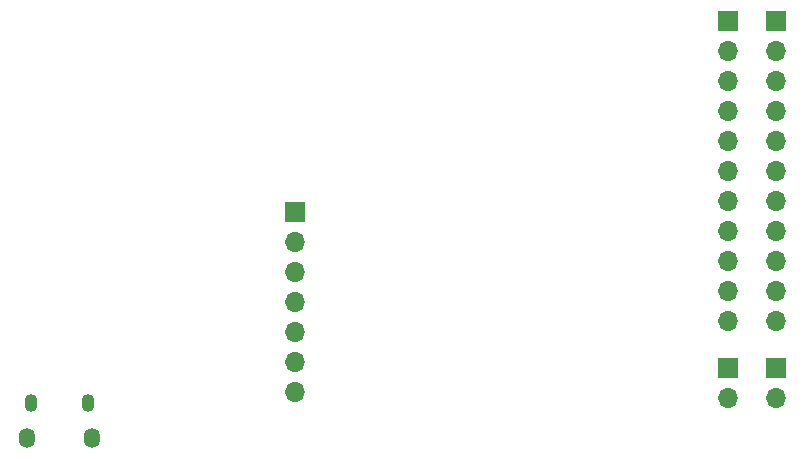
<source format=gbr>
%TF.GenerationSoftware,KiCad,Pcbnew,7.0.2-0*%
%TF.CreationDate,2023-12-13T10:38:07-05:00*%
%TF.ProjectId,Monolith,4d6f6e6f-6c69-4746-982e-6b696361645f,rev?*%
%TF.SameCoordinates,Original*%
%TF.FileFunction,Soldermask,Bot*%
%TF.FilePolarity,Negative*%
%FSLAX46Y46*%
G04 Gerber Fmt 4.6, Leading zero omitted, Abs format (unit mm)*
G04 Created by KiCad (PCBNEW 7.0.2-0) date 2023-12-13 10:38:07*
%MOMM*%
%LPD*%
G01*
G04 APERTURE LIST*
%ADD10R,1.700000X1.700000*%
%ADD11O,1.700000X1.700000*%
%ADD12O,1.350000X1.700000*%
%ADD13O,1.100000X1.500000*%
G04 APERTURE END LIST*
D10*
%TO.C,J2*%
X255616000Y-127092000D03*
D11*
X255616000Y-129632000D03*
X255616000Y-132172000D03*
X255616000Y-134712000D03*
X255616000Y-137252000D03*
X255616000Y-139792000D03*
X255616000Y-142332000D03*
X255616000Y-144872000D03*
X255616000Y-147412000D03*
X255616000Y-149952000D03*
X255616000Y-152492000D03*
%TD*%
D12*
%TO.C,J1*%
X196238017Y-162392000D03*
D13*
X196548017Y-159392000D03*
X201388017Y-159392000D03*
D12*
X201698017Y-162392000D03*
%TD*%
D10*
%TO.C,J3*%
X259680000Y-127092000D03*
D11*
X259680000Y-129632000D03*
X259680000Y-132172000D03*
X259680000Y-134712000D03*
X259680000Y-137252000D03*
X259680000Y-139792000D03*
X259680000Y-142332000D03*
X259680000Y-144872000D03*
X259680000Y-147412000D03*
X259680000Y-149952000D03*
X259680000Y-152492000D03*
%TD*%
D10*
%TO.C,J5*%
X255616000Y-156464000D03*
D11*
X255616000Y-159004000D03*
%TD*%
D10*
%TO.C,J6*%
X218948000Y-143256000D03*
D11*
X218948000Y-145796000D03*
X218948000Y-148336000D03*
X218948000Y-150876000D03*
X218948000Y-153416000D03*
X218948000Y-155956000D03*
X218948000Y-158496000D03*
%TD*%
D10*
%TO.C,J4*%
X259680000Y-156464000D03*
D11*
X259680000Y-159004000D03*
%TD*%
M02*

</source>
